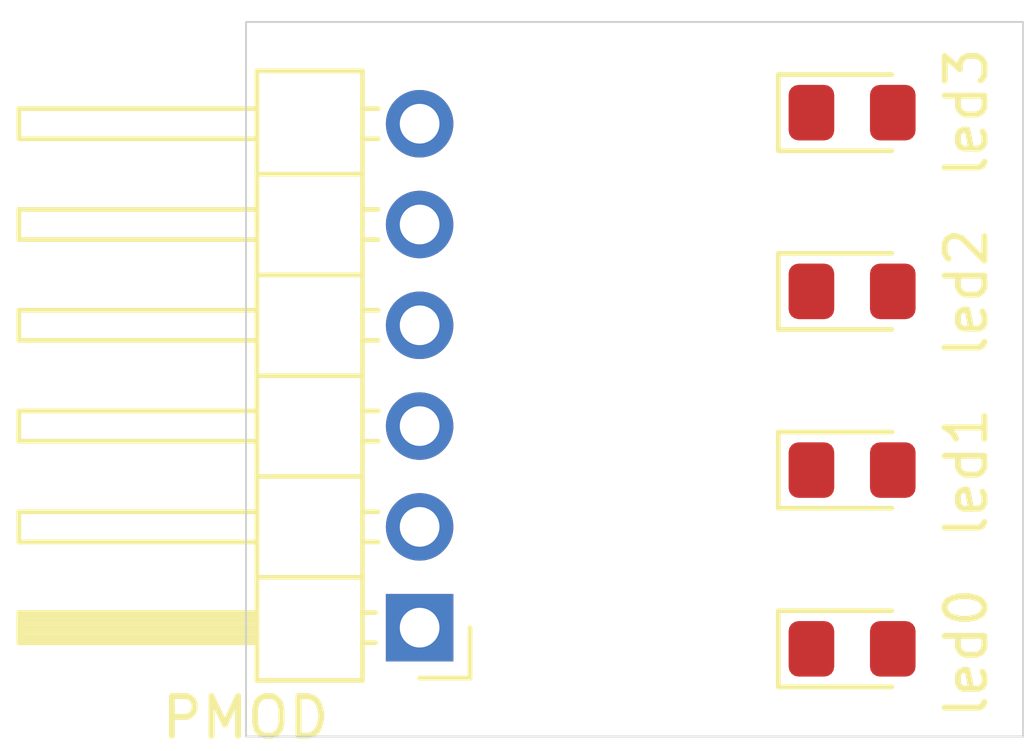
<source format=kicad_pcb>
(kicad_pcb (version 20221018) (generator pcbnew)
  (layers (0 "F.Cu" signal) (31 "B.Cu" signal) (34 "B.Paste" user) (35 "F.Paste" user) (36 "B.SilkS" user "B.Silkscreen") (37 "F.SilkS" user "F.Silkscreen") (38 "B.Mask" user) (39 "F.Mask" user) (44 "Edge.Cuts" user))
  (net 0 "")
  (net 1 "GND")
  (net 2 "VCC3V3")
  (footprint "LED_0805_2012Metric_Pad1.15x1.40mm_HandSolder" (layer "F.Cu") (at 101.482 85.640332)
    (fp_text reference "led1" (at 2.8792 0.067734 90) (layer "F.SilkS"))
    (fp_text value "LED")
    (fp_line (start -1.86 -0.96) (end -1.86 0.96) (stroke (width 0.12)) (layer "F.SilkS"))
    (fp_line (start -1.86 0.96) (end 1 0.96) (stroke (width 0.12)) (layer "F.SilkS"))
    (fp_line (start 1 -0.96) (end -1.86 -0.96) (stroke (width 0.12)) (layer "F.SilkS"))
    (pad "1" smd roundrect (at -1.025 0) (size 1.15 1.4) (layers "F.Cu" "F.Paste" "F.Mask") (roundrect_rratio 0.217391))
    (pad "2" smd roundrect (at 1.025 0) (size 1.15 1.4) (layers "F.Cu" "F.Paste" "F.Mask") (roundrect_rratio 0.217391))
  )
  (footprint "LED_0805_2012Metric_Pad1.15x1.40mm_HandSolder" (layer "F.Cu") (at 101.482 90.1446)
    (fp_text reference "led0" (at 2.8792 0.1016 90) (layer "F.SilkS"))
    (fp_text value "LED")
    (fp_line (start -1.86 -0.96) (end -1.86 0.96) (stroke (width 0.12)) (layer "F.SilkS"))
    (fp_line (start -1.86 0.96) (end 1 0.96) (stroke (width 0.12)) (layer "F.SilkS"))
    (fp_line (start 1 -0.96) (end -1.86 -0.96) (stroke (width 0.12)) (layer "F.SilkS"))
    (pad "1" smd roundrect (at -1.025 0) (size 1.15 1.4) (layers "F.Cu" "F.Paste" "F.Mask") (roundrect_rratio 0.217391))
    (pad "2" smd roundrect (at 1.025 0) (size 1.15 1.4) (layers "F.Cu" "F.Paste" "F.Mask") (roundrect_rratio 0.217391))
  )
  (footprint "LED_0805_2012Metric_Pad1.15x1.40mm_HandSolder" (layer "F.Cu") (at 101.482 76.6318)
    (fp_text reference "led3" (at 2.8792 0 90) (layer "F.SilkS"))
    (fp_text value "LED")
    (fp_line (start -1.86 -0.96) (end -1.86 0.96) (stroke (width 0.12)) (layer "F.SilkS"))
    (fp_line (start -1.86 0.96) (end 1 0.96) (stroke (width 0.12)) (layer "F.SilkS"))
    (fp_line (start 1 -0.96) (end -1.86 -0.96) (stroke (width 0.12)) (layer "F.SilkS"))
    (pad "1" smd roundrect (at -1.025 0) (size 1.15 1.4) (layers "F.Cu" "F.Paste" "F.Mask") (roundrect_rratio 0.217391))
    (pad "2" smd roundrect (at 1.025 0) (size 1.15 1.4) (layers "F.Cu" "F.Paste" "F.Mask") (roundrect_rratio 0.217391))
  )
  (footprint "LED_0805_2012Metric_Pad1.15x1.40mm_HandSolder" (layer "F.Cu") (at 101.482 81.136066)
    (fp_text reference "led2" (at 2.8792 0.033867 90) (layer "F.SilkS"))
    (fp_text value "LED")
    (fp_line (start -1.86 -0.96) (end -1.86 0.96) (stroke (width 0.12)) (layer "F.SilkS"))
    (fp_line (start -1.86 0.96) (end 1 0.96) (stroke (width 0.12)) (layer "F.SilkS"))
    (fp_line (start 1 -0.96) (end -1.86 -0.96) (stroke (width 0.12)) (layer "F.SilkS"))
    (pad "1" smd roundrect (at -1.025 0) (size 1.15 1.4) (layers "F.Cu" "F.Paste" "F.Mask") (roundrect_rratio 0.217391))
    (pad "2" smd roundrect (at 1.025 0) (size 1.15 1.4) (layers "F.Cu" "F.Paste" "F.Mask") (roundrect_rratio 0.217391))
  )
  (footprint "PinHeader_1x06_P2.54mm_Horizontal" (layer "F.Cu") (at 90.5826 89.6112 180)
    (fp_text reference "PMOD" (at 4.385 -2.27) (layer "F.SilkS"))
    (fp_text value "Conn_01x06")
    (fp_line (start -1.27 -1.27) (end 0 -1.27) (stroke (width 0.12)) (layer "F.SilkS"))
    (fp_line (start -1.27 0) (end -1.27 -1.27) (stroke (width 0.12)) (layer "F.SilkS"))
    (fp_line (start 1.042929 2.16) (end 1.44 2.16) (stroke (width 0.12)) (layer "F.SilkS"))
    (fp_line (start 1.042929 2.92) (end 1.44 2.92) (stroke (width 0.12)) (layer "F.SilkS"))
    (fp_line (start 1.042929 4.7) (end 1.44 4.7) (stroke (width 0.12)) (layer "F.SilkS"))
    (fp_line (start 1.042929 5.46) (end 1.44 5.46) (stroke (width 0.12)) (layer "F.SilkS"))
    (fp_line (start 1.042929 7.24) (end 1.44 7.24) (stroke (width 0.12)) (layer "F.SilkS"))
    (fp_line (start 1.042929 8) (end 1.44 8) (stroke (width 0.12)) (layer "F.SilkS"))
    (fp_line (start 1.042929 9.78) (end 1.44 9.78) (stroke (width 0.12)) (layer "F.SilkS"))
    (fp_line (start 1.042929 10.54) (end 1.44 10.54) (stroke (width 0.12)) (layer "F.SilkS"))
    (fp_line (start 1.042929 12.32) (end 1.44 12.32) (stroke (width 0.12)) (layer "F.SilkS"))
    (fp_line (start 1.042929 13.08) (end 1.44 13.08) (stroke (width 0.12)) (layer "F.SilkS"))
    (fp_line (start 1.11 -0.38) (end 1.44 -0.38) (stroke (width 0.12)) (layer "F.SilkS"))
    (fp_line (start 1.11 0.38) (end 1.44 0.38) (stroke (width 0.12)) (layer "F.SilkS"))
    (fp_line (start 1.44 -1.33) (end 1.44 14.03) (stroke (width 0.12)) (layer "F.SilkS"))
    (fp_line (start 1.44 1.27) (end 4.1 1.27) (stroke (width 0.12)) (layer "F.SilkS"))
    (fp_line (start 1.44 3.81) (end 4.1 3.81) (stroke (width 0.12)) (layer "F.SilkS"))
    (fp_line (start 1.44 6.35) (end 4.1 6.35) (stroke (width 0.12)) (layer "F.SilkS"))
    (fp_line (start 1.44 8.89) (end 4.1 8.89) (stroke (width 0.12)) (layer "F.SilkS"))
    (fp_line (start 1.44 11.43) (end 4.1 11.43) (stroke (width 0.12)) (layer "F.SilkS"))
    (fp_line (start 1.44 14.03) (end 4.1 14.03) (stroke (width 0.12)) (layer "F.SilkS"))
    (fp_line (start 4.1 -1.33) (end 1.44 -1.33) (stroke (width 0.12)) (layer "F.SilkS"))
    (fp_line (start 4.1 -0.38) (end 10.1 -0.38) (stroke (width 0.12)) (layer "F.SilkS"))
    (fp_line (start 4.1 -0.32) (end 10.1 -0.32) (stroke (width 0.12)) (layer "F.SilkS"))
    (fp_line (start 4.1 -0.2) (end 10.1 -0.2) (stroke (width 0.12)) (layer "F.SilkS"))
    (fp_line (start 4.1 -0.08) (end 10.1 -0.08) (stroke (width 0.12)) (layer "F.SilkS"))
    (fp_line (start 4.1 0.04) (end 10.1 0.04) (stroke (width 0.12)) (layer "F.SilkS"))
    (fp_line (start 4.1 0.16) (end 10.1 0.16) (stroke (width 0.12)) (layer "F.SilkS"))
    (fp_line (start 4.1 0.28) (end 10.1 0.28) (stroke (width 0.12)) (layer "F.SilkS"))
    (fp_line (start 4.1 2.16) (end 10.1 2.16) (stroke (width 0.12)) (layer "F.SilkS"))
    (fp_line (start 4.1 4.7) (end 10.1 4.7) (stroke (width 0.12)) (layer "F.SilkS"))
    (fp_line (start 4.1 7.24) (end 10.1 7.24) (stroke (width 0.12)) (layer "F.SilkS"))
    (fp_line (start 4.1 9.78) (end 10.1 9.78) (stroke (width 0.12)) (layer "F.SilkS"))
    (fp_line (start 4.1 12.32) (end 10.1 12.32) (stroke (width 0.12)) (layer "F.SilkS"))
    (fp_line (start 4.1 14.03) (end 4.1 -1.33) (stroke (width 0.12)) (layer "F.SilkS"))
    (fp_line (start 10.1 -0.38) (end 10.1 0.38) (stroke (width 0.12)) (layer "F.SilkS"))
    (fp_line (start 10.1 0.38) (end 4.1 0.38) (stroke (width 0.12)) (layer "F.SilkS"))
    (fp_line (start 10.1 2.16) (end 10.1 2.92) (stroke (width 0.12)) (layer "F.SilkS"))
    (fp_line (start 10.1 2.92) (end 4.1 2.92) (stroke (width 0.12)) (layer "F.SilkS"))
    (fp_line (start 10.1 4.7) (end 10.1 5.46) (stroke (width 0.12)) (layer "F.SilkS"))
    (fp_line (start 10.1 5.46) (end 4.1 5.46) (stroke (width 0.12)) (layer "F.SilkS"))
    (fp_line (start 10.1 7.24) (end 10.1 8) (stroke (width 0.12)) (layer "F.SilkS"))
    (fp_line (start 10.1 8) (end 4.1 8) (stroke (width 0.12)) (layer "F.SilkS"))
    (fp_line (start 10.1 9.78) (end 10.1 10.54) (stroke (width 0.12)) (layer "F.SilkS"))
    (fp_line (start 10.1 10.54) (end 4.1 10.54) (stroke (width 0.12)) (layer "F.SilkS"))
    (fp_line (start 10.1 12.32) (end 10.1 13.08) (stroke (width 0.12)) (layer "F.SilkS"))
    (fp_line (start 10.1 13.08) (end 4.1 13.08) (stroke (width 0.12)) (layer "F.SilkS"))
    (pad "1" thru_hole rect (at 0 0 180) (size 1.7 1.7) (drill 1) (layers "*.Cu" "*.Mask"))
    (pad "2" thru_hole oval (at 0 2.54 180) (size 1.7 1.7) (drill 1) (layers "*.Cu" "*.Mask"))
    (pad "3" thru_hole oval (at 0 5.08 180) (size 1.7 1.7) (drill 1) (layers "*.Cu" "*.Mask"))
    (pad "4" thru_hole oval (at 0 7.62 180) (size 1.7 1.7) (drill 1) (layers "*.Cu" "*.Mask"))
    (pad "5" thru_hole oval (at 0 10.16 180) (size 1.7 1.7) (drill 1) (layers "*.Cu" "*.Mask") (net 1 "GND"))
    (pad "6" thru_hole oval (at 0 12.7 180) (size 1.7 1.7) (drill 1) (layers "*.Cu" "*.Mask") (net 2 "VCC3V3"))
  )
  (gr_rect (start 86.2076 74.3458) (end 105.791 92.3544) (stroke (width 0.05)) (fill none) (layer "Edge.Cuts"))
)
</source>
